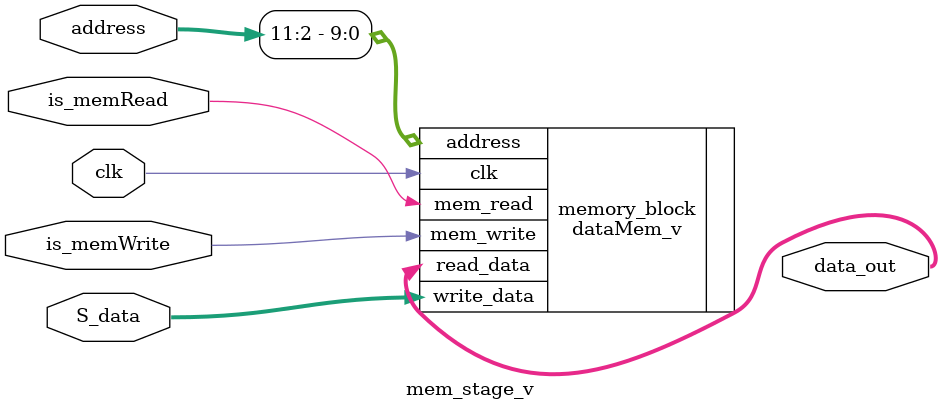
<source format=v>
`timescale 1ns / 1ps

module mem_stage_v(
        input         clk,
        input         is_memRead,
        input         is_memWrite,
        input  [31:0] address,
        input  [31:0] S_data,
        output [31:0] data_out  
    );
    
    // Wire for memory output
   // wire [31:0] data_out_internal;
    
    // Instantiate data memory
    dataMem_v memory_block (
        .clk(clk),
        .mem_read(is_memRead),
        .mem_write(is_memWrite),
        .address(address[11:2]),
        .write_data(S_data),
        // output
        .read_data(data_out)
    );
    
   // assign data_out = data_out_internal;
    
endmodule

</source>
